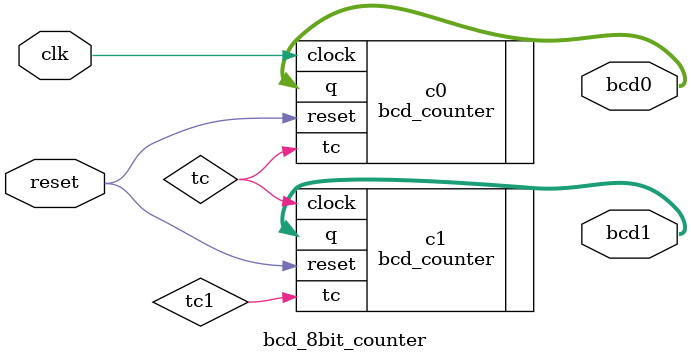
<source format=v>
/**************************************
* Module: bcd_8bit_counter
* Date:2018-04-29  
* Author: sladekm     
*
* Description: 
***************************************/
module  bcd_8bit_counter(
    input   clk,
    input   reset,
    output  [3:0] bcd0,
    output  [3:0] bcd1
);
   wire 	  tc;
   wire 	  tc1;
   
   bcd_counter c0(.clock(clk), .reset(reset),.tc(tc),.q(bcd0));
   bcd_counter c1(.clock(tc), .reset(reset), .tc(tc1),.q(bcd1));
   
endmodule


</source>
